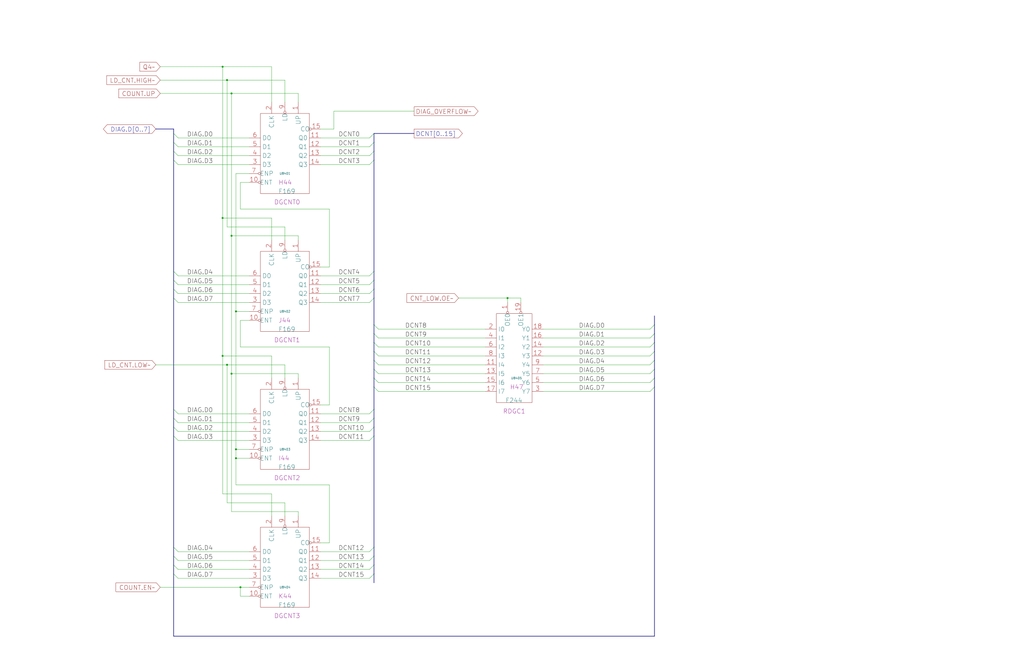
<source format=kicad_sch>
(kicad_sch (version 20250114) (generator "eeschema") (generator_version "9.0")
  (paper "User" 584.2 378.46)
  (title_block (title "DIAGNOSTIC LOOP COUNTER") (date "22-MAY-90") (rev "1.0") (comment 1 "SEQUENCER") (comment 2 "232-003064") (comment 3 "S400") (comment 4 "RELEASED"))
  (lib_symbols
    (symbol "r1000:F169" (pin_names (offset 1.016))
      (property "Reference" "U" (at 2.54 5.08 0))
      (property "Value" "F169" (at -1.27 -5.08 0))
      (property "Location" "___" (at -1.27 0 0))
      (property "Name" "______" (at 3.81 -12.7 0))
      (symbol "F169_1_1"
        (circle (center -12.065 5.08) (radius 0.635))
        (circle (center -12.065 0) (radius 0.635))
        (rectangle (start -11.43 39.37) (end 16.51 -6.35))
        (circle (center 2.54 40.005) (radius 0.635))
        (circle (center 17.145 30.48) (radius 0.635))
        (pin input line (at -17.78 25.4 0) (length 6.35) (name "D0") (number "6"))
        (pin input line (at -17.78 20.32 0) (length 6.35) (name "D1") (number "5"))
        (pin input line (at -17.78 15.24 0) (length 6.35) (name "D2") (number "4"))
        (pin input line (at -17.78 10.16 0) (length 6.35) (name "D3") (number "3"))
        (pin input line (at -17.78 5.08 0) (length 5.08) (name "ENP") (number "7"))
        (pin input line (at -17.78 0 0) (length 5.08) (name "ENT") (number "10"))
        (pin input line (at -5.08 45.72 270) (length 6.35) (name "CLK") (number "2"))
        (pin input line (at 2.54 45.72 270) (length 5.08) (name "LD") (number "9"))
        (pin input line (at 10.16 45.72 270) (length 6.35) (name "UP") (number "1"))
        (pin output line (at 22.86 30.48 180) (length 5.08) (name "CO") (number "15"))
        (pin output line (at 22.86 25.4 180) (length 6.35) (name "Q0") (number "11"))
        (pin output line (at 22.86 20.32 180) (length 6.35) (name "Q1") (number "12"))
        (pin output line (at 22.86 15.24 180) (length 6.35) (name "Q2") (number "13"))
        (pin output line (at 22.86 10.16 180) (length 6.35) (name "Q3") (number "14"))
      )
    )
    (symbol "r1000:F244" (pin_names (offset 1.016))
      (property "Reference" "U" (at 2.54 5.08 0))
      (property "Value" "F244" (at -3.81 -7.62 0))
      (property "Location" "___" (at -1.27 0 0))
      (property "Name" "______" (at 1.27 -15.24 0))
      (symbol "F244_1_1"
        (rectangle (start -8.89 41.91) (end 11.43 -8.89))
        (circle (center -2.54 42.545) (radius 0.635))
        (circle (center 5.08 42.545) (radius 0.635))
        (pin input line (at -15.24 33.02 0) (length 6.35) (name "I0") (number "2"))
        (pin input line (at -15.24 27.94 0) (length 6.35) (name "I1") (number "4"))
        (pin input line (at -15.24 22.86 0) (length 6.35) (name "I2") (number "6"))
        (pin input line (at -15.24 17.78 0) (length 6.35) (name "I3") (number "8"))
        (pin input line (at -15.24 12.7 0) (length 6.35) (name "I4") (number "11"))
        (pin input line (at -15.24 7.62 0) (length 6.35) (name "I5") (number "13"))
        (pin input line (at -15.24 2.54 0) (length 6.35) (name "I6") (number "15"))
        (pin input line (at -15.24 -2.54 0) (length 6.35) (name "I7") (number "17"))
        (pin input line (at -2.54 48.26 270) (length 5.08) (name "OE0") (number "1"))
        (pin input line (at 5.08 48.26 270) (length 5.08) (name "OE1") (number "19"))
        (pin tri_state line (at 17.78 33.02 180) (length 6.35) (name "Y0") (number "18"))
        (pin tri_state line (at 17.78 27.94 180) (length 6.35) (name "Y1") (number "16"))
        (pin tri_state line (at 17.78 22.86 180) (length 6.35) (name "Y2") (number "14"))
        (pin tri_state line (at 17.78 17.78 180) (length 6.35) (name "Y3") (number "12"))
        (pin tri_state line (at 17.78 12.7 180) (length 6.35) (name "Y4") (number "9"))
        (pin tri_state line (at 17.78 7.62 180) (length 6.35) (name "Y5") (number "7"))
        (pin tri_state line (at 17.78 2.54 180) (length 6.35) (name "Y6") (number "5"))
        (pin tri_state line (at 17.78 -2.54 180) (length 6.35) (name "Y7") (number "3"))
      )
    )
  )
  (junction (at 127 124.46))
  (junction (at 137.16 335.28))
  (junction (at 129.54 45.72))
  (junction (at 134.62 261.62))
  (junction (at 132.08 213.36))
  (junction (at 289.56 170.18))
  (junction (at 129.54 208.28))
  (junction (at 132.08 134.62))
  (junction (at 134.62 256.54))
  (junction (at 134.62 177.8))
  (junction (at 127 203.2))
  (junction (at 132.08 53.34))
  (junction (at 127 38.1))
  (bus_entry (at 373.38 205.74) (size -2.54 2.54))
  (bus_entry (at 373.38 195.58) (size -2.54 2.54))
  (bus_entry (at 99.06 238.76) (size 2.54 2.54))
  (bus_entry (at 213.36 215.9) (size 2.54 2.54))
  (bus_entry (at 213.36 317.5) (size -2.54 2.54))
  (bus_entry (at 99.06 317.5) (size 2.54 2.54))
  (bus_entry (at 213.36 243.84) (size -2.54 2.54))
  (bus_entry (at 99.06 76.2) (size 2.54 2.54))
  (bus_entry (at 213.36 185.42) (size 2.54 2.54))
  (bus_entry (at 213.36 86.36) (size -2.54 2.54))
  (bus_entry (at 373.38 200.66) (size -2.54 2.54))
  (bus_entry (at 213.36 160.02) (size -2.54 2.54))
  (bus_entry (at 99.06 91.44) (size 2.54 2.54))
  (bus_entry (at 373.38 185.42) (size -2.54 2.54))
  (bus_entry (at 99.06 322.58) (size 2.54 2.54))
  (bus_entry (at 213.36 238.76) (size -2.54 2.54))
  (bus_entry (at 99.06 248.92) (size 2.54 2.54))
  (bus_entry (at 373.38 210.82) (size -2.54 2.54))
  (bus_entry (at 373.38 220.98) (size -2.54 2.54))
  (bus_entry (at 213.36 165.1) (size -2.54 2.54))
  (bus_entry (at 213.36 210.82) (size 2.54 2.54))
  (bus_entry (at 213.36 220.98) (size 2.54 2.54))
  (bus_entry (at 213.36 154.94) (size -2.54 2.54))
  (bus_entry (at 213.36 195.58) (size 2.54 2.54))
  (bus_entry (at 99.06 81.28) (size 2.54 2.54))
  (bus_entry (at 99.06 160.02) (size 2.54 2.54))
  (bus_entry (at 99.06 165.1) (size 2.54 2.54))
  (bus_entry (at 213.36 190.5) (size 2.54 2.54))
  (bus_entry (at 213.36 205.74) (size 2.54 2.54))
  (bus_entry (at 99.06 154.94) (size 2.54 2.54))
  (bus_entry (at 99.06 327.66) (size 2.54 2.54))
  (bus_entry (at 213.36 327.66) (size -2.54 2.54))
  (bus_entry (at 373.38 215.9) (size -2.54 2.54))
  (bus_entry (at 213.36 81.28) (size -2.54 2.54))
  (bus_entry (at 99.06 243.84) (size 2.54 2.54))
  (bus_entry (at 99.06 170.18) (size 2.54 2.54))
  (bus_entry (at 213.36 76.2) (size -2.54 2.54))
  (bus_entry (at 213.36 91.44) (size -2.54 2.54))
  (bus_entry (at 213.36 170.18) (size -2.54 2.54))
  (bus_entry (at 213.36 248.92) (size -2.54 2.54))
  (bus_entry (at 213.36 233.68) (size -2.54 2.54))
  (bus_entry (at 213.36 200.66) (size 2.54 2.54))
  (bus_entry (at 213.36 312.42) (size -2.54 2.54))
  (bus_entry (at 99.06 312.42) (size 2.54 2.54))
  (bus_entry (at 99.06 86.36) (size 2.54 2.54))
  (bus_entry (at 213.36 322.58) (size -2.54 2.54))
  (bus_entry (at 373.38 190.5) (size -2.54 2.54))
  (bus_entry (at 99.06 233.68) (size 2.54 2.54))
  (bus (pts (xy 213.36 91.44) (xy 213.36 154.94)))
  (wire (pts (xy 91.44 335.28) (xy 137.16 335.28)))
  (wire (pts (xy 182.88 157.48) (xy 210.82 157.48)))
  (bus (pts (xy 99.06 233.68) (xy 99.06 238.76)))
  (wire (pts (xy 215.9 218.44) (xy 276.86 218.44)))
  (wire (pts (xy 132.08 213.36) (xy 170.18 213.36)))
  (wire (pts (xy 182.88 167.64) (xy 210.82 167.64)))
  (bus (pts (xy 236.22 76.2) (xy 213.36 76.2)))
  (wire (pts (xy 190.5 63.5) (xy 236.22 63.5)))
  (bus (pts (xy 99.06 165.1) (xy 99.06 170.18)))
  (wire (pts (xy 129.54 287.02) (xy 162.56 287.02)))
  (wire (pts (xy 187.96 231.14) (xy 187.96 198.12)))
  (wire (pts (xy 182.88 330.2) (xy 210.82 330.2)))
  (wire (pts (xy 101.6 325.12) (xy 142.24 325.12)))
  (wire (pts (xy 132.08 53.34) (xy 132.08 134.62)))
  (bus (pts (xy 88.9 73.66) (xy 99.06 73.66)))
  (bus (pts (xy 213.36 86.36) (xy 213.36 91.44)))
  (bus (pts (xy 99.06 317.5) (xy 99.06 322.58)))
  (bus (pts (xy 213.36 327.66) (xy 213.36 332.74)))
  (bus (pts (xy 213.36 81.28) (xy 213.36 86.36)))
  (wire (pts (xy 187.96 152.4) (xy 182.88 152.4)))
  (wire (pts (xy 162.56 208.28) (xy 162.56 215.9)))
  (wire (pts (xy 129.54 45.72) (xy 162.56 45.72)))
  (wire (pts (xy 182.88 93.98) (xy 210.82 93.98)))
  (wire (pts (xy 142.24 99.06) (xy 134.62 99.06)))
  (wire (pts (xy 127 203.2) (xy 127 281.94)))
  (wire (pts (xy 137.16 119.38) (xy 187.96 119.38)))
  (wire (pts (xy 289.56 170.18) (xy 289.56 172.72)))
  (wire (pts (xy 101.6 172.72) (xy 142.24 172.72)))
  (wire (pts (xy 182.88 231.14) (xy 187.96 231.14)))
  (wire (pts (xy 142.24 104.14) (xy 137.16 104.14)))
  (wire (pts (xy 215.9 198.12) (xy 276.86 198.12)))
  (wire (pts (xy 309.88 223.52) (xy 370.84 223.52)))
  (bus (pts (xy 99.06 248.92) (xy 99.06 312.42)))
  (wire (pts (xy 154.94 281.94) (xy 154.94 294.64)))
  (bus (pts (xy 99.06 312.42) (xy 99.06 317.5)))
  (wire (pts (xy 134.62 256.54) (xy 142.24 256.54)))
  (wire (pts (xy 182.88 320.04) (xy 210.82 320.04)))
  (wire (pts (xy 91.44 38.1) (xy 127 38.1)))
  (wire (pts (xy 182.88 73.66) (xy 190.5 73.66)))
  (bus (pts (xy 373.38 363.22) (xy 99.06 363.22)))
  (wire (pts (xy 88.9 208.28) (xy 129.54 208.28)))
  (wire (pts (xy 101.6 241.3) (xy 142.24 241.3)))
  (wire (pts (xy 182.88 241.3) (xy 210.82 241.3)))
  (wire (pts (xy 127 38.1) (xy 154.94 38.1)))
  (wire (pts (xy 215.9 208.28) (xy 276.86 208.28)))
  (wire (pts (xy 170.18 213.36) (xy 170.18 215.9)))
  (wire (pts (xy 91.44 53.34) (xy 132.08 53.34)))
  (wire (pts (xy 182.88 172.72) (xy 210.82 172.72)))
  (wire (pts (xy 101.6 251.46) (xy 142.24 251.46)))
  (bus (pts (xy 213.36 195.58) (xy 213.36 200.66)))
  (wire (pts (xy 137.16 198.12) (xy 137.16 182.88)))
  (bus (pts (xy 213.36 248.92) (xy 213.36 312.42)))
  (bus (pts (xy 213.36 317.5) (xy 213.36 322.58)))
  (wire (pts (xy 170.18 292.1) (xy 170.18 294.64)))
  (wire (pts (xy 309.88 218.44) (xy 370.84 218.44)))
  (wire (pts (xy 134.62 256.54) (xy 134.62 261.62)))
  (wire (pts (xy 309.88 193.04) (xy 370.84 193.04)))
  (wire (pts (xy 182.88 78.74) (xy 210.82 78.74)))
  (bus (pts (xy 373.38 205.74) (xy 373.38 210.82)))
  (wire (pts (xy 101.6 330.2) (xy 142.24 330.2)))
  (wire (pts (xy 142.24 340.36) (xy 137.16 340.36)))
  (bus (pts (xy 213.36 322.58) (xy 213.36 327.66)))
  (wire (pts (xy 101.6 320.04) (xy 142.24 320.04)))
  (bus (pts (xy 99.06 160.02) (xy 99.06 165.1)))
  (wire (pts (xy 127 124.46) (xy 154.94 124.46)))
  (wire (pts (xy 170.18 53.34) (xy 170.18 58.42)))
  (bus (pts (xy 213.36 185.42) (xy 213.36 190.5)))
  (wire (pts (xy 101.6 246.38) (xy 142.24 246.38)))
  (wire (pts (xy 137.16 335.28) (xy 142.24 335.28)))
  (wire (pts (xy 154.94 137.16) (xy 154.94 124.46)))
  (wire (pts (xy 132.08 213.36) (xy 132.08 292.1)))
  (bus (pts (xy 213.36 243.84) (xy 213.36 248.92)))
  (bus (pts (xy 213.36 312.42) (xy 213.36 317.5)))
  (wire (pts (xy 309.88 187.96) (xy 370.84 187.96)))
  (wire (pts (xy 215.9 203.2) (xy 276.86 203.2)))
  (wire (pts (xy 187.96 198.12) (xy 137.16 198.12)))
  (bus (pts (xy 99.06 81.28) (xy 99.06 86.36)))
  (wire (pts (xy 129.54 45.72) (xy 129.54 129.54)))
  (wire (pts (xy 154.94 38.1) (xy 154.94 58.42)))
  (wire (pts (xy 101.6 78.74) (xy 142.24 78.74)))
  (wire (pts (xy 129.54 208.28) (xy 129.54 287.02)))
  (bus (pts (xy 373.38 220.98) (xy 373.38 363.22)))
  (wire (pts (xy 132.08 134.62) (xy 170.18 134.62)))
  (wire (pts (xy 134.62 177.8) (xy 134.62 256.54)))
  (wire (pts (xy 182.88 88.9) (xy 210.82 88.9)))
  (bus (pts (xy 213.36 238.76) (xy 213.36 243.84)))
  (wire (pts (xy 101.6 167.64) (xy 142.24 167.64)))
  (bus (pts (xy 213.36 215.9) (xy 213.36 220.98)))
  (bus (pts (xy 213.36 200.66) (xy 213.36 205.74)))
  (wire (pts (xy 134.62 177.8) (xy 142.24 177.8)))
  (wire (pts (xy 182.88 162.56) (xy 210.82 162.56)))
  (bus (pts (xy 213.36 160.02) (xy 213.36 165.1)))
  (bus (pts (xy 99.06 154.94) (xy 99.06 160.02)))
  (wire (pts (xy 182.88 236.22) (xy 210.82 236.22)))
  (wire (pts (xy 309.88 213.36) (xy 370.84 213.36)))
  (bus (pts (xy 373.38 180.34) (xy 373.38 185.42)))
  (bus (pts (xy 213.36 190.5) (xy 213.36 195.58)))
  (wire (pts (xy 132.08 292.1) (xy 170.18 292.1)))
  (wire (pts (xy 101.6 162.56) (xy 142.24 162.56)))
  (wire (pts (xy 134.62 276.86) (xy 187.96 276.86)))
  (bus (pts (xy 373.38 195.58) (xy 373.38 200.66)))
  (wire (pts (xy 127 124.46) (xy 127 203.2)))
  (bus (pts (xy 99.06 170.18) (xy 99.06 233.68)))
  (wire (pts (xy 129.54 208.28) (xy 162.56 208.28)))
  (wire (pts (xy 187.96 276.86) (xy 187.96 309.88)))
  (wire (pts (xy 182.88 325.12) (xy 210.82 325.12)))
  (wire (pts (xy 127 203.2) (xy 154.94 203.2)))
  (wire (pts (xy 132.08 53.34) (xy 170.18 53.34)))
  (bus (pts (xy 99.06 91.44) (xy 99.06 154.94)))
  (bus (pts (xy 213.36 170.18) (xy 213.36 185.42)))
  (bus (pts (xy 373.38 200.66) (xy 373.38 205.74)))
  (wire (pts (xy 91.44 45.72) (xy 129.54 45.72)))
  (wire (pts (xy 182.88 251.46) (xy 210.82 251.46)))
  (wire (pts (xy 134.62 261.62) (xy 142.24 261.62)))
  (wire (pts (xy 309.88 208.28) (xy 370.84 208.28)))
  (wire (pts (xy 101.6 157.48) (xy 142.24 157.48)))
  (wire (pts (xy 182.88 314.96) (xy 210.82 314.96)))
  (wire (pts (xy 261.62 170.18) (xy 289.56 170.18)))
  (wire (pts (xy 309.88 203.2) (xy 370.84 203.2)))
  (wire (pts (xy 137.16 182.88) (xy 142.24 182.88)))
  (wire (pts (xy 101.6 88.9) (xy 142.24 88.9)))
  (bus (pts (xy 373.38 190.5) (xy 373.38 195.58)))
  (bus (pts (xy 213.36 233.68) (xy 213.36 238.76)))
  (bus (pts (xy 213.36 154.94) (xy 213.36 160.02)))
  (wire (pts (xy 187.96 119.38) (xy 187.96 152.4)))
  (wire (pts (xy 127 281.94) (xy 154.94 281.94)))
  (wire (pts (xy 137.16 340.36) (xy 137.16 335.28)))
  (bus (pts (xy 373.38 215.9) (xy 373.38 220.98)))
  (wire (pts (xy 101.6 236.22) (xy 142.24 236.22)))
  (bus (pts (xy 99.06 327.66) (xy 99.06 363.22)))
  (wire (pts (xy 297.18 170.18) (xy 297.18 172.72)))
  (bus (pts (xy 99.06 238.76) (xy 99.06 243.84)))
  (wire (pts (xy 289.56 170.18) (xy 297.18 170.18)))
  (wire (pts (xy 101.6 314.96) (xy 142.24 314.96)))
  (bus (pts (xy 213.36 210.82) (xy 213.36 215.9)))
  (wire (pts (xy 309.88 198.12) (xy 370.84 198.12)))
  (wire (pts (xy 134.62 261.62) (xy 134.62 276.86)))
  (bus (pts (xy 213.36 76.2) (xy 213.36 81.28)))
  (wire (pts (xy 101.6 93.98) (xy 142.24 93.98)))
  (wire (pts (xy 190.5 73.66) (xy 190.5 63.5)))
  (wire (pts (xy 134.62 99.06) (xy 134.62 177.8)))
  (wire (pts (xy 215.9 193.04) (xy 276.86 193.04)))
  (bus (pts (xy 99.06 76.2) (xy 99.06 81.28)))
  (bus (pts (xy 213.36 205.74) (xy 213.36 210.82)))
  (wire (pts (xy 101.6 83.82) (xy 142.24 83.82)))
  (wire (pts (xy 182.88 83.82) (xy 210.82 83.82)))
  (wire (pts (xy 162.56 287.02) (xy 162.56 294.64)))
  (bus (pts (xy 99.06 86.36) (xy 99.06 91.44)))
  (bus (pts (xy 373.38 185.42) (xy 373.38 190.5)))
  (wire (pts (xy 162.56 129.54) (xy 162.56 137.16)))
  (wire (pts (xy 162.56 45.72) (xy 162.56 58.42)))
  (wire (pts (xy 137.16 104.14) (xy 137.16 119.38)))
  (bus (pts (xy 99.06 322.58) (xy 99.06 327.66)))
  (wire (pts (xy 215.9 213.36) (xy 276.86 213.36)))
  (wire (pts (xy 170.18 134.62) (xy 170.18 137.16)))
  (bus (pts (xy 99.06 243.84) (xy 99.06 248.92)))
  (wire (pts (xy 154.94 215.9) (xy 154.94 203.2)))
  (bus (pts (xy 213.36 165.1) (xy 213.36 170.18)))
  (bus (pts (xy 213.36 220.98) (xy 213.36 233.68)))
  (wire (pts (xy 127 38.1) (xy 127 124.46)))
  (wire (pts (xy 215.9 187.96) (xy 276.86 187.96)))
  (wire (pts (xy 215.9 223.52) (xy 276.86 223.52)))
  (wire (pts (xy 129.54 129.54) (xy 162.56 129.54)))
  (wire (pts (xy 132.08 134.62) (xy 132.08 213.36)))
  (wire (pts (xy 182.88 246.38) (xy 210.82 246.38)))
  (bus (pts (xy 99.06 73.66) (xy 99.06 76.2)))
  (wire (pts (xy 187.96 309.88) (xy 182.88 309.88)))
  (bus (pts (xy 373.38 210.82) (xy 373.38 215.9)))
  (label "DIAG.D0" (at 106.68 78.74 0) (effects (font (size 2.54 2.54))))
  (label "DIAG.D4" (at 330.2 208.28 0) (effects (font (size 2.54 2.54))))
  (label "DCNT3" (at 193.04 93.98 0) (effects (font (size 2.54 2.54))))
  (label "DCNT2" (at 193.04 88.9 0) (effects (font (size 2.54 2.54))))
  (label "DIAG.D2" (at 106.68 246.38 0) (effects (font (size 2.54 2.54))))
  (label "DCNT6" (at 193.04 167.64 0) (effects (font (size 2.54 2.54))))
  (label "DIAG.D3" (at 330.2 203.2 0) (effects (font (size 2.54 2.54))))
  (label "DCNT1" (at 193.04 83.82 0) (effects (font (size 2.54 2.54))))
  (label "DIAG.D2" (at 106.68 88.9 0) (effects (font (size 2.54 2.54))))
  (label "DIAG.D1" (at 106.68 83.82 0) (effects (font (size 2.54 2.54))))
  (label "DCNT7" (at 193.04 172.72 0) (effects (font (size 2.54 2.54))))
  (label "DIAG.D1" (at 106.68 241.3 0) (effects (font (size 2.54 2.54))))
  (label "DCNT10" (at 193.04 246.38 0) (effects (font (size 2.54 2.54))))
  (label "DIAG.D5" (at 106.68 320.04 0) (effects (font (size 2.54 2.54))))
  (label "DIAG.D7" (at 330.2 223.52 0) (effects (font (size 2.54 2.54))))
  (label "DIAG.D3" (at 106.68 93.98 0) (effects (font (size 2.54 2.54))))
  (label "DCNT15" (at 193.04 330.2 0) (effects (font (size 2.54 2.54))))
  (label "DIAG.D5" (at 330.2 213.36 0) (effects (font (size 2.54 2.54))))
  (label "DIAG.D7" (at 106.68 330.2 0) (effects (font (size 2.54 2.54))))
  (label "DCNT4" (at 193.04 157.48 0) (effects (font (size 2.54 2.54))))
  (label "DCNT13" (at 231.14 213.36 0) (effects (font (size 2.54 2.54))))
  (label "DIAG.D4" (at 106.68 314.96 0) (effects (font (size 2.54 2.54))))
  (label "DIAG.D4" (at 106.68 157.48 0) (effects (font (size 2.54 2.54))))
  (label "DCNT9" (at 193.04 241.3 0) (effects (font (size 2.54 2.54))))
  (label "DIAG.D5" (at 106.68 162.56 0) (effects (font (size 2.54 2.54))))
  (label "DIAG.D0" (at 106.68 236.22 0) (effects (font (size 2.54 2.54))))
  (label "DCNT10" (at 231.14 198.12 0) (effects (font (size 2.54 2.54))))
  (label "DIAG.D0" (at 330.2 187.96 0) (effects (font (size 2.54 2.54))))
  (label "DIAG.D3" (at 106.68 251.46 0) (effects (font (size 2.54 2.54))))
  (label "DCNT14" (at 193.04 325.12 0) (effects (font (size 2.54 2.54))))
  (label "DCNT5" (at 193.04 162.56 0) (effects (font (size 2.54 2.54))))
  (label "DCNT15" (at 231.14 223.52 0) (effects (font (size 2.54 2.54))))
  (label "DCNT12" (at 193.04 314.96 0) (effects (font (size 2.54 2.54))))
  (label "DIAG.D6" (at 106.68 167.64 0) (effects (font (size 2.54 2.54))))
  (label "DIAG.D7" (at 106.68 172.72 0) (effects (font (size 2.54 2.54))))
  (label "DIAG.D6" (at 106.68 325.12 0) (effects (font (size 2.54 2.54))))
  (label "DIAG.D1" (at 330.2 193.04 0) (effects (font (size 2.54 2.54))))
  (label "DCNT12" (at 231.14 208.28 0) (effects (font (size 2.54 2.54))))
  (label "DIAG.D2" (at 330.2 198.12 0) (effects (font (size 2.54 2.54))))
  (label "DIAG.D6" (at 330.2 218.44 0) (effects (font (size 2.54 2.54))))
  (label "DCNT13" (at 193.04 320.04 0) (effects (font (size 2.54 2.54))))
  (label "DCNT14" (at 231.14 218.44 0) (effects (font (size 2.54 2.54))))
  (label "DCNT8" (at 231.14 187.96 0) (effects (font (size 2.54 2.54))))
  (label "DCNT0" (at 193.04 78.74 0) (effects (font (size 2.54 2.54))))
  (label "DCNT11" (at 193.04 251.46 0) (effects (font (size 2.54 2.54))))
  (label "DCNT11" (at 231.14 203.2 0) (effects (font (size 2.54 2.54))))
  (label "DCNT9" (at 231.14 193.04 0) (effects (font (size 2.54 2.54))))
  (label "DCNT8" (at 193.04 236.22 0) (effects (font (size 2.54 2.54))))
  (global_label "DIAG_OVERFLOW~" (shape output) (at 236.22 63.5 0) (effects (font (size 2.54 2.54))) (property "Intersheetrefs" "${INTERSHEET_REFS}" (at 272.7355 63.3413 0) (effects (font (size 1.905 1.905)) (justify left))))
  (global_label "LD_CNT.LOW~" (shape input) (at 88.9 208.28 180) (effects (font (size 2.54 2.54))) (property "Intersheetrefs" "${INTERSHEET_REFS}" (at 59.7626 208.1213 0) (effects (font (size 1.905 1.905)) (justify right))))
  (global_label "DIAG.D[0..7]" (shape bidirectional) (at 88.9 73.66 180) (effects (font (size 2.54 2.54))) (property "Intersheetrefs" "${INTERSHEET_REFS}" (at 61.214 73.5013 0) (effects (font (size 1.905 1.905)) (justify right))))
  (global_label "COUNT.EN~" (shape input) (at 91.44 335.28 180) (effects (font (size 2.54 2.54))) (property "Intersheetrefs" "${INTERSHEET_REFS}" (at 66.173 335.1213 0) (effects (font (size 1.905 1.905)) (justify right))))
  (global_label "LD_CNT.HIGH~" (shape input) (at 91.44 45.72 180) (effects (font (size 2.54 2.54))) (property "Intersheetrefs" "${INTERSHEET_REFS}" (at 60.8511 45.5613 0) (effects (font (size 1.905 1.905)) (justify right))))
  (global_label "COUNT.UP" (shape input) (at 91.44 53.34 180) (effects (font (size 2.54 2.54))) (property "Intersheetrefs" "${INTERSHEET_REFS}" (at 67.7454 53.1813 0) (effects (font (size 1.905 1.905)) (justify right))))
  (global_label "CNT_LOW.OE~" (shape input) (at 261.62 170.18 180) (effects (font (size 2.54 2.54))) (property "Intersheetrefs" "${INTERSHEET_REFS}" (at 232.1197 170.0213 0) (effects (font (size 1.905 1.905)) (justify right))))
  (global_label "DCNT[0..15]" (shape output) (at 236.22 76.2 0) (effects (font (size 2.54 2.54))) (property "Intersheetrefs" "${INTERSHEET_REFS}" (at 263.785 76.0413 0) (effects (font (size 1.905 1.905)) (justify left))))
  (global_label "Q4~" (shape input) (at 91.44 38.1 180) (effects (font (size 2.54 2.54))) (property "Intersheetrefs" "${INTERSHEET_REFS}" (at 79.7197 37.9413 0) (effects (font (size 1.905 1.905)) (justify right))))
  (symbol (lib_id "r1000:F169") (at 160.02 182.88 0) (unit 1)
    (property "Reference" "U8402" (at 162.56 177.8 0))
    (property "Value" "F169" (at 158.75 187.96 0) (effects (font (size 2.54 2.54)) (justify left)))
    (property "Location" "J44" (at 158.75 182.88 0) (effects (font (size 2.54 2.54)) (justify left)))
    (property "Name" "DGCNT1" (at 163.83 195.58 0) (effects (font (size 2.54 2.54)) (justify bottom)))
  )
  (symbol (lib_id "r1000:F244") (at 292.1 220.98 0) (unit 1)
    (property "Reference" "U8405" (at 294.64 215.9 0))
    (property "Value" "F244" (at 288.29 228.6 0) (effects (font (size 2.54 2.54)) (justify left)))
    (property "Location" "H47" (at 290.83 220.98 0) (effects (font (size 2.54 2.54)) (justify left)))
    (property "Name" "RDGC1" (at 293.37 236.22 0) (effects (font (size 2.54 2.54)) (justify bottom)))
  )
  (symbol (lib_id "r1000:F169") (at 160.02 340.36 0) (unit 1)
    (property "Reference" "U8404" (at 162.56 335.28 0))
    (property "Value" "F169" (at 158.75 345.44 0) (effects (font (size 2.54 2.54)) (justify left)))
    (property "Location" "K44" (at 158.75 340.36 0) (effects (font (size 2.54 2.54)) (justify left)))
    (property "Name" "DGCNT3" (at 163.83 353.06 0) (effects (font (size 2.54 2.54)) (justify bottom)))
  )
  (symbol (lib_id "r1000:F169") (at 160.02 104.14 0) (unit 1)
    (property "Reference" "U8401" (at 162.56 99.06 0))
    (property "Value" "F169" (at 158.75 109.22 0) (effects (font (size 2.54 2.54)) (justify left)))
    (property "Location" "H44" (at 158.75 104.14 0) (effects (font (size 2.54 2.54)) (justify left)))
    (property "Name" "DGCNT0" (at 163.83 116.84 0) (effects (font (size 2.54 2.54)) (justify bottom)))
  )
  (symbol (lib_id "r1000:F169") (at 160.02 261.62 0) (unit 1)
    (property "Reference" "U8403" (at 162.56 256.54 0))
    (property "Value" "F169" (at 158.75 266.7 0) (effects (font (size 2.54 2.54)) (justify left)))
    (property "Location" "I44" (at 158.75 261.62 0) (effects (font (size 2.54 2.54)) (justify left)))
    (property "Name" "DGCNT2" (at 163.83 274.32 0) (effects (font (size 2.54 2.54)) (justify bottom)))
  )
)
</source>
